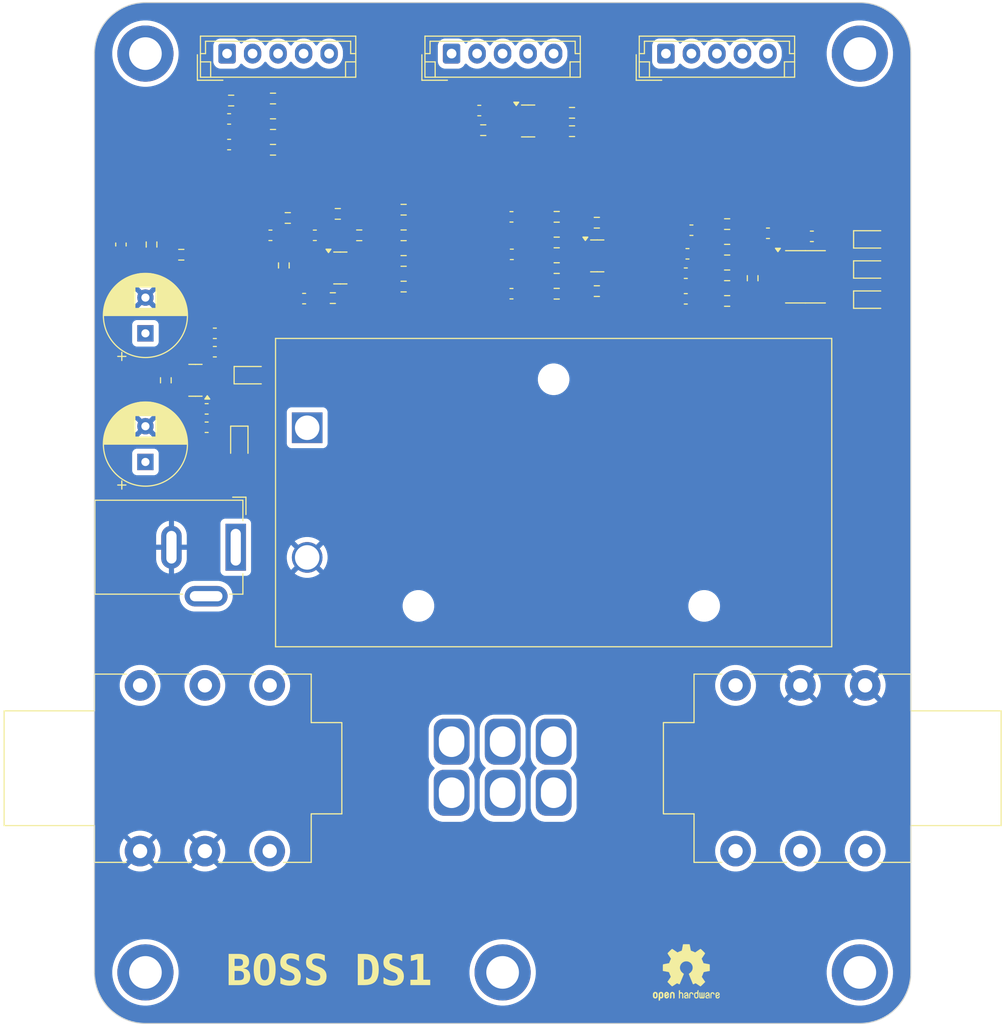
<source format=kicad_pcb>
(kicad_pcb (version 20241229) (generator "pcbnew") (generator_version "9.0")
  (layers (0 "F.Cu" signal) (2 "B.Cu" signal) (13 "F.Paste" user) (15 "B.Paste" user) (5 "F.SilkS" user "F.Silkscreen") (7 "B.SilkS" user "B.Silkscreen") (1 "F.Mask" user) (3 "B.Mask" user) (25 "Edge.Cuts" user))
  (net 0 "")
  (net 1 "0")
  (net 2 "BJT_GAIN")
  (net 3 "Net-(C10-Pad2)")
  (net 4 "Net-(D3-K)")
  (net 5 "Net-(Q4-B)")
  (net 6 "Net-(C7-Pad2)")
  (net 7 "4V5")
  (net 8 "Net-(C9-Pad1)")
  (net 9 "Net-(Q1-B)")
  (net 10 "Net-(D3-A)")
  (net 11 "9V")
  (net 12 "Net-(C19-Pad1)")
  (net 13 "Net-(J5-Pin_2)")
  (net 14 "Net-(C11-Pad2)")
  (net 15 "IN_BUFF")
  (net 16 "Net-(C11-Pad1)")
  (net 17 "Net-(Q2-B)")
  (net 19 "Net-(Q3-B)")
  (net 20 "Net-(Q2-E)")
  (net 21 "OP_OUT")
  (net 24 "Net-(Q4-C)")
  (net 25 "/SW_MID")
  (net 26 "/SW_ON")
  (net 27 "Net-(J1-PadT)")
  (net 30 "Net-(C24-Pad2)")
  (net 32 "Net-(C25-Pad1)")
  (net 34 "Net-(BT1-+)")
  (net 35 "Net-(J3-Pin_1)")
  (net 36 "Net-(SW1A-C)")
  (net 37 "Net-(D4-K)")
  (net 38 "Net-(J3-Pin_3)")
  (net 39 "TONE_OUT")
  (net 40 "Net-(J4-Pin_5)")
  (net 41 "Net-(Q4-E)")
  (net 42 "Net-(U1B--)")
  (net 43 "Net-(R19-Pad1)")
  (net 44 "Net-(R33-Pad2)")
  (net 45 "OP_BUFF")
  (net 46 "Net-(J3-Pin_2)")
  (net 47 "Net-(J4-Pin_1)")
  (net 50 "Net-(J4-Pin_3)")
  (net 51 "Net-(J5-Pin_4)")
  (net 52 "Net-(J5-Pin_5)")
  (footprint "Capacitor_SMD:C_0603_1608Metric_Pad1.08x0.95mm_HandSolder" (layer "F.Cu") (at 107.95 79.02)
    (property "Reference" "C21" (hide yes))
    (property "Value" "10n")
    (pad "1" smd roundrect (at -0.8625 0) (size 1.075 0.95) (layers "F.Cu" "F.Mask" "F.Paste") (net 1 "0"))
    (pad "2" smd roundrect (at 0.8625 0) (size 1.075 0.95) (layers "F.Cu" "F.Mask" "F.Paste") (net 21 "OP_OUT"))
  )
  (footprint "Diode_SMD:D_SOD-323" (layer "F.Cu") (at 126 76.15)
    (property "Reference" "D6" (hide yes))
    (property "Value" "1N4148WS")
    (pad "1" smd roundrect (at -1.05 0) (size 0.6 0.45) (layers "F.Cu" "F.Mask" "F.Paste") (net 21 "OP_OUT"))
    (pad "2" smd roundrect (at 1.05 0) (size 0.6 0.45) (layers "F.Cu" "F.Mask" "F.Paste") (net 1 "0"))
  )
  (footprint "Resistor_SMD:R_0603_1608Metric_Pad0.98x0.95mm_HandSolder" (layer "F.Cu") (at 57 87 90)
    (property "Reference" "R16" (hide yes))
    (property "Value" "1k")
    (pad "1" smd roundrect (at -0.9125 0 90) (size 0.975 0.95) (layers "F.Cu" "F.Mask" "F.Paste") (net 19 "Net-(Q3-B)"))
    (pad "2" smd roundrect (at 0.9125 0 90) (size 0.975 0.95) (layers "F.Cu" "F.Mask" "F.Paste") (net 4 "Net-(D3-K)"))
  )
  (footprint "Resistor_SMD:R_0603_1608Metric_Pad0.98x0.95mm_HandSolder" (layer "F.Cu") (at 67.5 64.42)
    (property "Reference" "R30" (hide yes))
    (property "Value" "6.8k")
    (pad "1" smd roundrect (at -0.9125 0) (size 0.975 0.95) (layers "F.Cu" "F.Mask" "F.Paste") (net 21 "OP_OUT"))
    (pad "2" smd roundrect (at 0.9125 0) (size 0.975 0.95) (layers "F.Cu" "F.Mask" "F.Paste") (net 47 "Net-(J4-Pin_1)"))
  )
  (footprint "Resistor_SMD:R_0603_1608Metric_Pad0.98x0.95mm_HandSolder" (layer "F.Cu") (at 80.3 75.31)
    (property "Reference" "R33" (hide yes))
    (property "Value" "510k")
    (pad "1" smd roundrect (at -0.9125 0) (size 0.975 0.95) (layers "F.Cu" "F.Mask" "F.Paste") (net 7 "4V5"))
    (pad "2" smd roundrect (at 0.9125 0) (size 0.975 0.95) (layers "F.Cu" "F.Mask" "F.Paste") (net 44 "Net-(R33-Pad2)"))
  )
  (footprint "pedale:floating_pot_knob" (layer "F.Cu") (at 90 77)
    (property "Reference" "RV7" (hide yes))
    (property "Value" "floating_pot_knob")
  )
  (footprint "Resistor_SMD:R_0603_1608Metric_Pad0.98x0.95mm_HandSolder" (layer "F.Cu") (at 88.1 62.5)
    (property "Reference" "R17" (hide yes))
    (property "Value" "10k")
    (pad "1" smd roundrect (at -0.9125 0) (size 0.975 0.95) (layers "F.Cu" "F.Mask" "F.Paste") (net 15 "IN_BUFF"))
    (pad "2" smd roundrect (at 0.9125 0) (size 0.975 0.95) (layers "F.Cu" "F.Mask" "F.Paste") (net 1 "0"))
  )
  (footprint "Diode_SMD:D_SOD-323" (layer "F.Cu") (at 64.2 93.1 -90)
    (property "Reference" "D3" (hide yes))
    (property "Value" "1N4148WS")
    (pad "1" smd roundrect (at -1.05 0 270) (size 0.6 0.45) (layers "F.Cu" "F.Mask" "F.Paste") (net 4 "Net-(D3-K)"))
    (pad "2" smd roundrect (at 1.05 0 270) (size 0.6 0.45) (layers "F.Cu" "F.Mask" "F.Paste") (net 10 "Net-(D3-A)"))
  )
  (footprint "Connector_JST:JST_EH_B5B-EH-A_1x05_P2.50mm_Vertical" (layer "F.Cu") (at 63 55)
    (property "Reference" "J4" (hide yes))
    (property "Value" "Conn_01x05")
    (pad "1" thru_hole roundrect (at 0 0) (size 1.7 1.95) (drill 0.95) (layers "*.Cu" "*.Mask") (roundrect_rratio 0.147059) (net 47 "Net-(J4-Pin_1)"))
    (pad "2" thru_hole oval (at 2.5 0) (size 1.7 1.95) (drill 0.95) (layers "*.Cu" "*.Mask") (net 39 "TONE_OUT"))
    (pad "3" thru_hole oval (at 5 0) (size 1.7 1.95) (drill 0.95) (layers "*.Cu" "*.Mask") (net 50 "Net-(J4-Pin_3)"))
    (pad "4" thru_hole oval (at 7.5 0) (size 1.7 1.95) (drill 0.95) (layers "*.Cu" "*.Mask") (net 11 "9V"))
    (pad "5" thru_hole oval (at 10 0) (size 1.7 1.95) (drill 0.95) (layers "*.Cu" "*.Mask") (net 40 "Net-(J4-Pin_5)"))
  )
  (footprint "Resistor_SMD:R_0603_1608Metric_Pad0.98x0.95mm_HandSolder" (layer "F.Cu") (at 95.3 70.99)
    (property "Reference" "R24" (hide yes))
    (property "Value" "22")
    (pad "1" smd roundrect (at -0.9125 0) (size 0.975 0.95) (layers "F.Cu" "F.Mask" "F.Paste") (net 41 "Net-(Q4-E)"))
    (pad "2" smd roundrect (at 0.9125 0) (size 0.975 0.95) (layers "F.Cu" "F.Mask" "F.Paste") (net 1 "0"))
  )
  (footprint "Symbol:OSHW-Logo2_7.3x6mm_SilkScreen" (layer "F.Cu") (at 108 145)
    (property "Reference" "SIM1" (hide yes))
    (property "Value" "Logo_Open_Hardware_Small" (hide yes))
  )
  (footprint "Capacitor_SMD:C_0603_1608Metric_Pad1.08x0.95mm_HandSolder" (layer "F.Cu") (at 63.2 63.91)
    (property "Reference" "C26" (hide yes))
    (property "Value" "100n")
    (pad "1" smd roundrect (at -0.8625 0) (size 1.075 0.95) (layers "F.Cu" "F.Mask" "F.Paste") (net 47 "Net-(J4-Pin_1)"))
    (pad "2" smd roundrect (at 0.8625 0) (size 1.075 0.95) (layers "F.Cu" "F.Mask" "F.Paste") (net 7 "4V5"))
  )
  (footprint "Capacitor_SMD:C_0603_1608Metric_Pad1.08x0.95mm_HandSolder" (layer "F.Cu") (at 87.7125 60.58)
    (property "Reference" "C9" (hide yes))
    (property "Value" "47n")
    (pad "1" smd roundrect (at -0.8625 0) (size 1.075 0.95) (layers "F.Cu" "F.Mask" "F.Paste") (net 8 "Net-(C9-Pad1)"))
    (pad "2" smd roundrect (at 0.8625 0) (size 1.075 0.95) (layers "F.Cu" "F.Mask" "F.Paste") (net 9 "Net-(Q1-B)"))
  )
  (footprint "Connector_JST:JST_EH_B5B-EH-A_1x05_P2.50mm_Vertical" (layer "F.Cu") (at 106 55)
    (property "Reference" "J3" (hide yes))
    (property "Value" "Conn_01x05")
    (pad "1" thru_hole roundrect (at 0 0) (size 1.7 1.95) (drill 0.95) (layers "*.Cu" "*.Mask") (roundrect_rratio 0.147059) (net 35 "Net-(J3-Pin_1)"))
    (pad "2" thru_hole oval (at 2.5 0) (size 1.7 1.95) (drill 0.95) (layers "*.Cu" "*.Mask") (net 46 "Net-(J3-Pin_2)"))
    (pad "3" thru_hole oval (at 5 0) (size 1.7 1.95) (drill 0.95) (layers "*.Cu" "*.Mask") (net 38 "Net-(J3-Pin_3)"))
    (pad "4" thru_hole oval (at 7.5 0) (size 1.7 1.95) (drill 0.95) (layers "*.Cu" "*.Mask"))
    (pad "5" thru_hole oval (at 10 0) (size 1.7 1.95) (drill 0.95) (layers "*.Cu" "*.Mask"))
  )
  (footprint "pedale:floating_pot" (layer "F.Cu") (at 112 63)
    (property "Reference" "RV6" (hide yes))
    (property "Value" "floating_pot")
  )
  (footprint "Resistor_SMD:R_0603_1608Metric_Pad0.98x0.95mm_HandSolder" (layer "F.Cu") (at 80.3 77.82)
    (property "Reference" "R34" (hide yes))
    (property "Value" "510k")
    (pad "1" smd roundrect (at -0.9125 0) (size 0.975 0.95) (layers "F.Cu" "F.Mask" "F.Paste") (net 44 "Net-(R33-Pad2)"))
    (pad "2" smd roundrect (at 0.9125 0) (size 0.975 0.95) (layers "F.Cu" "F.Mask" "F.Paste") (net 25 "/SW_MID"))
  )
  (footprint "Capacitor_SMD:C_0603_1608Metric_Pad1.08x0.95mm_HandSolder" (layer "F.Cu") (at 61 89.8)
    (property "Reference" "C13" (hide yes))
    (property "Value" "10u")
    (pad "1" smd roundrect (at -0.8625 0) (size 1.075 0.95) (layers "F.Cu" "F.Mask" "F.Paste") (net 19 "Net-(Q3-B)"))
    (pad "2" smd roundrect (at 0.8625 0) (size 1.075 0.95) (layers "F.Cu" "F.Mask" "F.Paste") (net 1 "0"))
  )
  (footprint "Capacitor_SMD:C_0603_1608Metric_Pad1.08x0.95mm_HandSolder" (layer "F.Cu") (at 90.8675 78.52)
    (property "Reference" "C22" (hide yes))
    (property "Value" "220p")
    (pad "1" smd roundrect (at -0.8625 0) (size 1.075 0.95) (layers "F.Cu" "F.Mask" "F.Paste") (net 5 "Net-(Q4-B)"))
    (pad "2" smd roundrect (at 0.8625 0) (size 1.075 0.95) (layers "F.Cu" "F.Mask" "F.Paste") (net 24 "Net-(Q4-C)"))
  )
  (footprint "pedale:BatteryHolder_Eagle_12BH611-GR" (layer "F.Cu") (at 70.85 91.65 180)
    (property "Reference" "BT1" (hide yes))
    (property "Value" "Battery_Cell")
    (pad "" np_thru_hole circle (at -38.9 -17.45 180) (size 2.6 2.6) (drill 2.6) (layers "*.Cu" "*.Mask"))
    (pad "" np_thru_hole circle (at -24.15 4.75 180) (size 2.6 2.6) (drill 2.6) (layers "*.Cu" "*.Mask"))
    (pad "" np_thru_hole circle (at -10.9 -17.45 180) (size 2.6 2.6) (drill 2.6) (layers "*.Cu" "*.Mask"))
    (pad "1" thru_hole rect (at 0 0 180) (size 3 3) (drill 2.4) (layers "*.Cu" "*.Mask") (net 34 "Net-(BT1-+)"))
    (pad "2" thru_hole circle (at 0 -12.7 180) (size 3 3) (drill 2.4) (layers "*.Cu" "*.Mask") (net 1 "0"))
  )
  (footprint "Capacitor_SMD:C_0603_1608Metric_Pad1.08x0.95mm_HandSolder" (layer "F.Cu") (at 52.6 73.7 90)
    (property "Reference" "C14" (hide yes))
    (property "Value" "10u")
    (pad "1" smd roundrect (at -0.8625 0 90) (size 1.075 0.95) (layers "F.Cu" "F.Mask" "F.Paste") (net 7 "4V5"))
    (pad "2" smd roundrect (at 0.8625 0 90) (size 1.075 0.95) (layers "F.Cu" "F.Mask" "F.Paste") (net 1 "0"))
  )
  (footprint "Resistor_SMD:R_0603_1608Metric_Pad0.98x0.95mm_HandSolder" (layer "F.Cu") (at 112 76.72)
    (property "Reference" "R5" (hide yes))
    (property "Value" "47k")
    (pad "1" smd roundrect (at -0.9125 0) (size 0.975 0.95) (layers "F.Cu" "F.Mask" "F.Paste") (net 3 "Net-(C10-Pad2)"))
    (pad "2" smd roundrect (at 0.9125 0) (size 0.975 0.95) (layers "F.Cu" "F.Mask" "F.Paste") (net 37 "Net-(D4-K)"))
  )
  (footprint "Connector_Audio:Jack_6.35mm_Neutrik_NMJ6HHD2_Horizontal" (layer "F.Cu") (at 67.175 133.115 180)
    (property "Reference" "J1" (hide yes))
    (property "Value" "NMJ6HHD2")
    (pad "R" thru_hole circle (at 6.35 0 180) (size 3 3) (drill 1.4) (layers "*.Cu" "*.Mask") (net 1 "0"))
    (pad "RN" thru_hole circle (at 6.35 16.23 180) (size 3 3) (drill 1.4) (layers "*.Cu" "*.Mask"))
    (pad "S" thru_hole circle (at 12.7 0 180) (size 3 3) (drill 1.4) (layers "*.Cu" "*.Mask") (net 1 "0"))
    (pad "SN" thru_hole circle (at 12.7 16.23 180) (size 3 3) (drill 1.4) (layers "*.Cu" "*.Mask"))
    (pad "T" thru_hole circle (at 0 0 180) (size 3 3) (drill 1.4) (layers "*.Cu" "*.Mask") (net 27 "Net-(J1-PadT)"))
    (pad "TN" thru_hole circle (at 0 16.23 180) (size 3 3) (drill 1.4) (layers "*.Cu" "*.Mask"))
  )
  (footprint "Resistor_SMD:R_0603_1608Metric_Pad0.98x0.95mm_HandSolder" (layer "F.Cu") (at 99.2325 71.565)
    (property "Reference" "R12" (hide yes))
    (property "Value" "470k")
    (pad "1" smd roundrect (at -0.9125 0) (size 0.975 0.95) (layers "F.Cu" "F.Mask" "F.Paste") (net 5 "Net-(Q4-B)"))
    (pad "2" smd roundrect (at 0.9125 0) (size 0.975 0.95) (layers "F.Cu" "F.Mask" "F.Paste") (net 24 "Net-(Q4-C)"))
  )
  (footprint "Resistor_SMD:R_0603_1608Metric_Pad0.98x0.95mm_HandSolder" (layer "F.Cu") (at 95.3 73.5)
    (property "Reference" "R25" (hide yes))
    (property "Value" "10k")
    (pad "1" smd roundrect (at -0.9125 0) (size 0.975 0.95) (layers "F.Cu" "F.Mask" "F.Paste") (net 11 "9V"))
    (pad "2" smd roundrect (at 0.9125 0) (size 0.975 0.95) (layers "F.Cu" "F.Mask" "F.Paste") (net 24 "Net-(Q4-C)"))
  )
  (footprint "Capacitor_SMD:C_0603_1608Metric_Pad1.08x0.95mm_HandSolder" (layer "F.Cu") (at 116 72.6)
    (property "Reference" "C24" (hide yes))
    (property "Value" "470n")
    (pad "1" smd roundrect (at -0.8625 0) (size 1.075 0.95) (layers "F.Cu" "F.Mask" "F.Paste") (net 1 "0"))
    (pad "2" smd roundrect (at 0.8625 0) (size 1.075 0.95) (layers "F.Cu" "F.Mask" "F.Paste") (net 30 "Net-(C24-Pad2)"))
  )
  (footprint "pedale:M3_hole_with_spacer" (layer "F.Cu") (at 125 55)
    (property "Reference" "H2" (hide yes))
    (property "Value" "MountingHole")
    (pad "1" thru_hole circle (at 0 0) (size 3.6 3.6) (drill 3.2) (layers "*.Cu" "*.Mask"))
    (pad "1" connect circle (at 0 0) (size 5.5 5.5) (layers "F.Cu" "F.Mask"))
    (pad "1" connect circle (at 0 0) (size 5.5 5.5) (layers "B.Cu" "B.Mask"))
  )
  (footprint "Resistor_SMD:R_0603_1608Metric_Pad0.98x0.95mm_HandSolder" (layer "F.Cu") (at 75.95 72.8)
    (property "Reference" "R21" (hide yes))
    (property "Value" "100k")
    (pad "1" smd roundrect (at -0.9125 0) (size 0.975 0.95) (layers "F.Cu" "F.Mask" "F.Paste") (net 14 "Net-(C11-Pad2)"))
    (pad "2" smd roundrect (at 0.9125 0) (size 0.975 0.95) (layers "F.Cu" "F.Mask" "F.Paste") (net 1 "0"))
  )
  (footprint "pedale:M3_hole_with_spacer" (layer "F.Cu") (at 55 145)
    (property "Reference" "H3" (hide yes))
    (property "Value" "MountingHole")
    (pad "1" thru_hole circle (at 0 0) (size 3.6 3.6) (drill 3.2) (layers "*.Cu" "*.Mask"))
    (pad "1" connect circle (at 0 0) (size 5.5 5.5) (layers "F.Cu" "F.Mask"))
    (pad "1" connect circle (at 0 0) (size 5.5 5.5) (layers "B.Cu" "B.Mask"))
  )
  (footprint "Resistor_SMD:R_0603_1608Metric_Pad0.98x0.95mm_HandSolder" (layer "F.Cu") (at 80.3 72.8)
    (property "Reference" "R32" (hide yes))
    (property "Value" "510k")
    (pad "1" smd roundrect (at -0.9125 0) (size 0.975 0.95) (layers "F.Cu" "F.Mask" "F.Paste") (net 7 "4V5"))
    (pad "2" smd roundrect (at 0.9125 0) (size 0.975 0.95) (layers "F.Cu" "F.Mask" "F.Paste") (net 43 "Net-(R19-Pad1)"))
  )
  (footprint "Capacitor_SMD:C_0603_1608Metric_Pad1.08x0.95mm_HandSolder" (layer "F.Cu") (at 108.5 72.3)
    (property "Reference" "C7" (hide yes))
    (property "Value" "470n")
    (pad "1" smd roundrect (at -0.8625 0) (size 1.075 0.95) (layers "F.Cu" "F.Mask" "F.Paste") (net 35 "Net-(J3-Pin_1)"))
    (pad "2" smd roundrect (at 0.8625 0) (size 1.075 0.95) (layers "F.Cu" "F.Mask" "F.Paste") (net 6 "Net-(C7-Pad2)"))
  )
  (footprint "Capacitor_SMD:C_0603_1608Metric_Pad1.08x0.95mm_HandSolder" (layer "F.Cu") (at 61 91.6 180)
    (property "Reference" "C18" (hide yes))
    (property "Value" "100n")
    (pad "1" smd roundrect (at -0.8625 0 180) (size 1.075 0.95) (layers "F.Cu" "F.Mask" "F.Paste") (net 1 "0"))
    (pad "2" smd roundrect (at 0.8625 0 180) (size 1.075 0.95) (layers "F.Cu" "F.Mask" "F.Paste") (net 19 "Net-(Q3-B)"))
  )
  (footprint "Capacitor_SMD:C_0603_1608Metric_Pad1.08x0.95mm_HandSolder" (layer "F.Cu") (at 61.8 82.4)
    (property "Reference" "C16" (hide yes))
    (property "Value" "10u")
    (pad "1" smd roundrect (at -0.8625 0) (size 1.075 0.95) (layers "F.Cu" "F.Mask" "F.Paste") (net 11 "9V"))
    (pad "2" smd roundrect (at 0.8625 0) (size 1.075 0.95) (layers "F.Cu" "F.Mask" "F.Paste") (net 1 "0"))
  )
  (footprint "Resistor_SMD:R_0603_1608Metric_Pad0.98x0.95mm_HandSolder" (layer "F.Cu") (at 73.85 70.7)
    (property "Reference" "R11" (hide yes))
    (property "Value" "1k")
    (pad "1" smd roundrect (at -0.9125 0) (size 0.975 0.95) (layers "F.Cu" "F.Mask" "F.Paste") (net 16 "Net-(C11-Pad1)"))
    (pad "2" smd roundrect (at 0.9125 0) (size 0.975 0.95) (layers "F.Cu" "F.Mask" "F.Paste") (net 20 "Net-(Q2-E)"))
  )
  (footprint "pedale:floating_pot" (layer "F.Cu") (at 90 78 180)
    (property "Reference" "RV8" (hide yes))
    (property "Value" "floating_pot")
  )
  (footprint "Resistor_SMD:R_0603_1608Metric_Pad0.98x0.95mm_HandSolder" (layer "F.Cu") (at 96.8 62.6)
    (property "Reference" "R15" (hide yes))
    (property "Value" "470k")
    (pad "1" smd roundrect (at -0.9125 0) (size 0.975 0.95) (layers "F.Cu" "F.Mask" "F.Paste") (net 9 "Net-(Q1-B)"))
    (pad "2" smd roundrect (at 0.9125 0) (size 0.975 0.95) (layers "F.Cu" "F.Mask" "F.Paste") (net 7 "4V5"))
  )
  (footprint "Capacitor_SMD:C_0603_1608Metric_Pad1.08x0.95mm_HandSolder" (layer "F.Cu") (at 61.8 84.2)
    (property "Reference" "C15" (hide yes))
    (property "Value" "10u")
    (pad "1" smd roundrect (at -0.8625 0) (size 1.075 0.95) (layers "F.Cu" "F.Mask" "F.Paste") (net 11 "9V"))
    (pad "2" smd roundrect (at 0.8625 0) (size 1.075 0.95) (layers "F.Cu" "F.Mask" "F.Paste") (net 1 "0"))
  )
  (footprint "Resistor_SMD:R_0603_1608Metric_Pad0.98x0.95mm_HandSolder" (layer "F.Cu") (at 67.5 61.91)
    (property "Reference" "R29" (hide yes))
    (property "Value" "6.8k")
    (pad "1" smd roundrect (at -0.9125 0) (size 0.975 0.95) (layers "F.Cu" "F.Mask" "F.Paste") (net 50 "Net-(J4-Pin_3)"))
    (pad "2" smd roundrect (at 0.9125 0) (size 0.975 0.95) (layers "F.Cu" "F.Mask" "F.Paste") (net 7 "4V5"))
  )
  (footprint "Diode_SMD:D_SOD-323" (layer "F.Cu") (at 126 79.1)
    (property "Reference" "D7" (hide yes))
    (property "Value" "1N4148WS")
    (pad "1" smd roundrect (at -1.05 0) (size 0.6 0.45) (layers "F.Cu" "F.Mask" "F.Paste") (net 1 "0"))
    (pad "2" smd roundrect (at 1.05 0) (size 0.6 0.45) (layers "F.Cu" "F.Mask" "F.Paste") (net 21 "OP_OUT"))
  )
  (footprint "Resistor_SMD:R_0603_1608Metric_Pad0.98x0.95mm_HandSolder" (layer "F.Cu") (at 67.5 59.4)
    (property "Reference" "R28" (hide yes))
    (property "Value" "2.2k")
    (pad "1" smd roundrect (at -0.9125 0) (size 0.975 0.95) (layers "F.Cu" "F.Mask" "F.Paste") (net 32 "Net-(C25-Pad1)"))
    (pad "2" smd roundrect (at 0.9125 0) (size 0.975 0.95) (layers "F.Cu" "F.Mask" "F.Paste") (net 50 "Net-(J4-Pin_3)"))
  )
  (footprint "Package_TO_SOT_SMD:SOT-23" (layer "F.Cu") (at 99.27 74.815)
    (property "Reference" "Q4" (hide yes))
    (property "Value" "MMBT5551")
    (pad "1" smd roundrect (at -0.9375 -0.95) (size 1.475 0.6) (layers "F.Cu" "F.Mask" "F.Paste") (net 5 "Net-(Q4-B)"))
    (pad "2" smd roundrect (at -0.9375 0.95) (size 1.475 0.6) (layers "F.Cu" "F.Mask" "F.Paste") (net 41 "Net-(Q4-E)"))
    (pad "3" smd roundrect (at 0.9375 0) (size 1.475 0.6) (layers "F.Cu" "F.Mask" "F.Paste") (net 24 "Net-(Q4-C)"))
  )
  (footprint "pedale:boss_DS1_front_plate" (layer "F.Cu") (at 50 50)
    (property "Reference" "P1" (hide yes))
    (property "Value" "boss_DS1_front_panel")
  )
  (footprint "pedale:floating_pot_knob" (layer "F.Cu") (at 68 62)
    (property "Reference" "RV9" (hide yes))
    (property "Value" "floating_pot_knob")
  )
  (footprint "pedale:floating_green_led" (layer "F.Cu") (at 74 138 180)
    (property "Reference" "D8" (hide yes))
    (property "Value" "floating_green_led")
  )
  (footprint "pedale:switch_DPDT" (layer "F.Cu") (at 85 122.4)
    (property "Reference" "SW1" (hide yes))
    (property "Value" "pedala_switch")
    (pad "1" thru_hole roundrect (at 0 0) (size 3.5 4.5) (drill oval 2.5 3) (layers "*.Cu" "*.Mask") (roundrect_rratio 0.2857142857) (net 26 "/SW_ON"))
    (pad "2" thru_hole roundrect (at 5 0) (size 3.5 4.5) (drill oval 2.5 3) (layers "*.Cu" "*.Mask") (roundrect_rratio 0.2857142857) (net 25 "/SW_MID"))
    (pad "3" thru_hole roundrect (at 10 0) (size 3.5 4.5) (drill oval 2.5 3) (layers "*.Cu" "*.Mask") (roundrect_rratio 0.2857142857) (net 36 "Net-(SW1A-C)"))
    (pad "4" thru_hole roundrect (at 10 5) (size 3.5 4.5) (drill oval 2.5 3) (layers "*.Cu" "*.Mask") (roundrect_rratio 0.2857142857) (net 11 "9V"))
    (pad "5" thru_hole roundrect (at 5 5) (size 3.5 4.5) (drill oval 2.5 3) (layers "*.Cu" "*.Mask") (roundrect_rratio 0.2857142857) (net 51 "Net-(J5-Pin_4)"))
    (pad "6" thru_hole roundrect (at 0 5) (size 3.5 4.5) (drill oval 2.5 3) (layers "*.Cu" "*.Mask") (roundrect_rratio 0.2857142857))
  )
  (footprint "Package_TO_SOT_SMD:SOT-23" (layer "F.Cu") (at 59.9 87 180)
    (property "Reference" "Q3" (hide yes))
    (property "Value" "MMBT5551")
    (pad "1" smd roundrect (at -0.9375 -0.95 180) (size 1.475 0.6) (layers "F.Cu" "F.Mask" "F.Paste") (net 19 "Net-(Q3-B)"))
    (pad "2" smd roundrect (at -0.9375 0.95 180) (size 1.475 0.6) (layers "F.Cu" "F.Mask" "F.Paste") (net 11 "9V"))
    (pad "3" smd roundrect (at 0.9375 0 180) (size 1.475 0.6) (layers "F.Cu" "F.Mask" "F.Paste") (net 4 "Net-(D3-K)"))
  )
  (footprint "pedale:M3_hole_with_spacer" (layer "F.Cu") (at 125 145)
    (property "Reference" "H5" (hide yes))
    (property "Value" "MountingHole")
    (pad "1" thru_hole circle (at 0 0) (size 3.6 3.6) (drill 3.2) (layers "*.Cu" "*.Mask"))
    (pad "1" connect circle (at 0 0) (size 5.5 5.5) (layers "F.Cu" "F.Mask"))
    (pad "1" connect circle (at 0 0) (size 5.5 5.5) (layers "B.Cu" "B.Mask"))
  )
  (footprint "Capacitor_SMD:C_0603_1608Metric_Pad1.08x0.95mm_HandSolder" (layer "F.Cu") (at 70.55 79)
    (property "Reference" "C11" (hide yes))
    (property "Value" "1u")
    (pad "1" smd roundrect (at -0.8625 0) (size 1.075 0.95) (layers "F.Cu" "F.Mask" "F.Paste") (net 16 "Net-(C11-Pad1)"))
    (pad "2" smd roundrect (at 0.8625 0) (size 1.075 0.95) (layers "F.Cu" "F.Mask" "F.Paste") (net 14 "Net-(C11-Pad2)"))
  )
  (footprint "Capacitor_SMD:C_0603_1608Metric_Pad1.08x0.95mm_HandSolder" (layer "F.Cu") (at 63.2 61.4)
    (property "Reference" "C25" (hide yes))
    (property "Value" "22n")
    (pad "1" smd roundrect (at -0.8625 0) (size 1.075 0.95) (layers "F.Cu" "F.Mask" "F.Paste") (net 32 "Net-(C25-Pad1)"))
    (pad "2" smd roundrect (at 0.8625 0) (size 1.075 0.95) (layers "F.Cu" "F.Mask" "F.Paste") (net 21 "OP_OUT"))
  )
  (footprint "Resistor_SMD:R_0603_1608Metric_Pad0.98x0.95mm_HandSolder" (layer "F.Cu") (at 96.8 60.8 180)
    (property "Reference" "R13" (hide yes))
    (property "Value" "1k")
    (pad "1" smd roundrect (at -0.9125 0 180) (size 0.975 0.95) (layers "F.Cu" "F.Mask" "F.Paste") (net 8 "Net-(C9-Pad1)"))
    (pad "2" smd roundrect (at 0.9125 0 180) (size 0.975 0.95) (layers "F.Cu" "F.Mask" "F.Paste") (net 27 "Net-(J1-PadT)"))
  )
  (footprint "Package_SO:SOIC-8_3.9x4.9mm_P1.27mm" (layer "F.Cu") (at 119.675 76.865)
    (property "Reference" "U1" (hide yes))
    (property "Value" "NE5532")
    (pad "1" smd roundrect (at -2.475 -1.905) (size 1.95 0.6) (layers "F.Cu" "F.Mask" "F.Paste") (net 45 "OP_BUFF"))
    (pad "2" smd roundrect (at -2.475 -0.635) (size 1.95 0.6) (layers "F.Cu" "F.Mask" "F.Paste") (net 45 "OP_BUFF"))
    (pad "3" smd roundrect (at -2.475 0.635) (size 1.95 0.6) (layers "F.Cu" "F.Mask" "F.Paste") (net 37 "Net-(D4-K)"))
    (pad "4" smd roundrect (at -2.475 1.905) (size 1.95 0.6) (layers "F.Cu" "F.Mask" "F.Paste") (net 1 "0"))
    (pad "5" smd roundrect (at 2.475 1.905) (size 1.95 0.6) (layers "F.Cu" "F.Mask" "F.Paste") (net 45 "OP_BUFF"))
    (pad "6" smd roundrect (at 2.475 0.635) (size 1.95 0.6) (layers "F.Cu" "F.Mask" "F.Paste") (net 42 "Net-(U1B--)"))
    (pad "7" smd roundrect (at 2.475 -0.635) (size 1.95 0.6) (layers "F.Cu" "F.Mask" "F.Paste") (net 35 "Net-(J3-Pin_1)"))
    (pad "8" smd roundrect (at 2.475 -1.905) (size 1.95 0.6) (layers "F.Cu" "F.Mask" "F.Paste") (net 11 "9V"))
  )
  (footprint "Package_TO_SOT_SMD:SOT-23" (layer "F.Cu") (at 74.1 76)
    (property "Reference" "Q2" (hide yes))
    (property "Value" "MMBT5551")
    (pad "1" smd roundrect (at -0.9375 -0.95) (size 1.475 0.6) (layers "F.Cu" "F.Mask" "F.Paste") (net 17 "Net-(Q2-B)"))
    (pad "2" smd roundrect (at -0.9375 0.95) (size 1.475 0.6) (layers "F.Cu" "F.Mask" "F.Paste") (net 20 "Net-(Q2-E)"))
    (pad "3" smd roundrect (at 0.9375 0) (size 1.475 0.6) (layers "F.Cu" "F.Mask" "F.Paste") (net 11 "9V"))
  )
  (footprint "Resistor_SMD:R_0603_1608Metric_Pad0.98x0.95mm_HandSolder" (layer "F.Cu") (at 58.5125 74.7 180)
    (property "Reference" "R22" (hide yes))
    (property "Value" "10k")
    (pad "1" smd roundrect (at -0.9125 0 180) (size 0.975 0.95) (layers "F.Cu" "F.Mask" "F.Paste") (net 11 "9V"))
    (pad "2" smd roundrect (at 0.9125 0 180) (size 0.975 0.95) (layers "F.Cu" "F.Mask" "F.Paste") (net 7 "4V5"))
  )
  (footprint "Resistor_SMD:R_0603_1608Metric_Pad0.98x0.95mm_HandSolder" (layer "F.Cu") (at 73.3625 78.95 180)
    (property "Reference" "R20" (hide yes))
    (property "Value" "10k")
    (pad "1" smd roundrect (at -0.9125 0 180) (size 0.975 0.95) (layers "F.Cu" "F.Mask" "F.Paste") (net 20 "Net-(Q2-E)"))
    (pad "2" smd roundrect (at 0.9125 0 180) (size 0.975 0.95) (layers "F.Cu" "F.Mask" "F.Paste") (net 1 "0"))
  )
  (footprint "Resistor_SMD:R_0603_1608Metric_Pad0.98x0.95mm_HandSolder" (layer "F.Cu") (at 95.3 76.01)
    (property "Reference" "R26" (hide yes))
    (property "Value" "10k")
    (pad "1" smd roundrect (at -0.9125 0) (size 0.975 0.95) (layers "F.Cu" "F.Mask" "F.Paste") (net 24 "Net-(Q4-C)"))
    (pad "2" smd roundrect (at 0.9125 0) (size 0.975 0.95) (layers "F.Cu" "F.Mask" "F.Paste") (net 2 "BJT_GAIN"))
  )
  (footprint "pedale:M3_hole_with_spacer" (layer "F.Cu") (at 90 145)
    (property "Reference" "H4" (hide yes))
    (property "Value" "MountingHole")
    (pad "1" thru_hole circle (at 0 0) (size 3.6 3.6) (drill 3.2) (layers "*.Cu" "*.Mask"))
    (pad "1" connect circle (at 0 0) (size 5.5 5.5) (layers "F.Cu" "F.Mask"))
    (pad "1" connect circle (at 0 0) (size 5.5 5.5) (layers "B.Cu" "B.Mask"))
  )
  (footprint "Resistor_SMD:R_0603_1608Metric_Pad0.98x0.95mm_HandSolder" (layer "F.Cu") (at 80.3 70.29)
    (property "Reference" "R31" (hide yes))
    (property "Value" "10k")
    (pad "1" smd roundrect (at -0.9125 0) (size 0.975 0.95) (layers "F.Cu" "F.Mask" "F.Paste") (net 13 "Net-(J5-Pin_2)"))
    (pad "2" smd roundrect (at 0.9125 0) (size 0.975 0.95) (layers "F.Cu" "F.Mask" "F.Paste") (net 26 "/SW_ON"))
  )
  (footprint "Resistor_SMD:R_0603_1608Metric_Pad0.98x0.95mm_HandSolder" (layer "F.Cu") (at 55.6 73.7 90)
    (property "Reference" "R23" (hide yes))
    (property "Value" "10k")
    (pad "1" smd roundrect (at -0.9125 0 90) (size 0.975 0.95) (layers "F.Cu" "F.Mask" "F.Paste") (net 7 "4V5"))
    (pad "2" smd roundrect (at 0.9125 0 90) (size 0.975 0.95) (layers "F.Cu" "F.Mask" "F.Paste") (net 1 "0"))
  )
  (footprint "Capacitor_SMD:C_0603_1608Metric_Pad1.08x0.95mm_HandSolder" (layer "F.Cu") (at 71.6 72.8)
    (property "Reference" "C27" (hide yes))
    (property "Value" "47n")
    (pad "1" smd roundrect (at -0.8625 0) (size 1.075 0.95) (layers "F.Cu" "F.Mask" "F.Paste") (net 15 "IN_BUFF"))
    (pad "2" smd roundrect (at 0.8625 0) (size 1.075 0.95) (layers "F.Cu" "F.Mask" "F.Paste") (net 36 "Net-(SW1A-C)"))
  )
  (footprint "pedale:floating_pot_knob" (layer "F.Cu") (at 112 62)
    (property "Reference" "RV1" (hide yes))
    (property "Value" "floating_pot_knob")
  )
  (footprint "Connector_Audio:Jack_6.35mm_Neutrik_NMJ6HHD2_Horizontal" (layer "F.Cu") (at 112.825 116.885)
    (property "Reference" "J2" (hide yes))
    (property "Value" "NMJ6HHD2")
    (pad "R" thru_hole circle (at 6.35 0) (size 3 3) (drill 1.4) (layers "*.Cu" "*.Mask") (net 1 "0"))
    (pad "RN" thru_hole circle (at 6.35 16.23) (size 3 3) (drill 1.4) (layers "*.Cu" "*.Mask"))
    (pad "S" thru_hole circle (at 12.7 0) (size 3 3) (drill 1.4) (layers "*.Cu" "*.Mask") (net 1 "0"))
    (pad "SN" thru_hole circle (at 12.7 16.23) (size 3 3) (drill 1.4) (layers "*.Cu" "*.Mask"))
    (pad "T" thru_hole circle (at 0 0) (size 3 3) (drill 1.4) (layers "*.Cu" "*.Mask") (net 14 "Net-(C11-Pad2)"))
    (pad "TN" thru_hole circle (at 0 16.23) (size 3 3) (drill 1.4) (layers "*.Cu" "*.Mask"))
  )
  (footprint "Resistor_SMD:R_0603_1608Metric_Pad0.98x0.95mm_HandSolder" (layer "F.Cu") (at 63.4 59.6)
    (property "Reference" "R8" (hide yes))
    (property "Value" "1k")
    (pad "1" smd roundrect (at -0.9125 0) (size 0.975 0.95) (layers "F.Cu" "F.Mask" "F.Paste") (net 40 "Net-(J4-Pin_5)"))
    (pad "2" smd roundrect (at 0.9125 0) (size 0.975 0.95) (layers "F.Cu" "F.Mask" "F.Paste") (net 1 "0"))
  )
  (footprint "pedale:floating_red_led" (layer "F.Cu") (at 106 138 180)
    (property "Reference" "D9" (hide yes))
    (property "Value" "floating_red_led")
  )
  (footprint "Resistor_SMD:R_0603_1608Metric_Pad0.98x0.95mm_HandSolder" (layer "F.Cu") (at 99.2325 78.265)
    (property "Reference" "R10" (hide yes))
    (property "Value" "100k")
    (pad "1" smd roundrect (at -0.9125 0) (size 0.975 0.95) (layers "F.Cu" "F.Mask" "F.Paste") (net 5 "Net-(Q4-B)"))
    (pad "2" smd roundrect (at 0.9125 0) (size 0.975 0.95) (layers "F.Cu" "F.Mask" "F.Paste") (net 1 "0"))
  )
  (footprint "Capacitor_SMD:C_0603_1608Metric_Pad1.08x0.95mm_HandSolder" (layer "F.Cu") (at 108.1125 74.61)
    (property "Reference" "C10" (hide yes))
    (property "Value" "47n")
    (pad "1" smd roundrect (at -0.8625 0) (size 1.075 0.95) (layers "F.Cu" "F.Mask" "F.Paste") (net 2 "BJT_GAIN"))
    (pad "2" smd roundrect (at 0.8625 0) (size 1.075 0.95) (layers "F.Cu" "F.Mask" "F.Paste") (net 3 "Net-(C10-Pad2)"))
  )
  (footprint "Connector_BarrelJack:BarrelJack_GCT_DCJ200-10-A_Horizontal" (layer "F.Cu") (at 63.85 103.35 -90)
    (property "Reference" "J6" (hide yes))
    (property "Value" "Barrel_Jack_MountingPin")
    (pad "1" thru_hole rect (at 0 0 270) (size 4.6 2) (drill oval 3.6 1) (layers "*.Cu" "*.Mask") (net 10 "Net-(D3-A)"))
    (pad "2" thru_hole oval (at 0 6.3 270) (size 4.2 2) (drill oval 3.2 1) (layers "*.Cu" "*.Mask") (net 1 "0"))
    (pad "3" thru_hole oval (at 4.8 2.9 270) (size 2 4.2) (drill oval 1 3.2) (layers "*.Cu" "*.Mask"))
  )
  (footprint "Package_TO_SOT_SMD:SOT-23" (layer "F.Cu") (at 92.5 61.6)
    (property "Reference" "Q1" (hide yes))
    (property "Value" "MMBT5551")
    (pad "1" smd roundrect (at -0.9375 -0.95) (size 1.475 0.6) (layers "F.Cu" "F.Mask" "F.Paste") (net 9 "Net-(Q1-B)"))
    (pad "2" smd roundrect (at -0.9375 0.95) (size 1.475 0.6) (layers "F.Cu" "F.Mask" "F.Paste") (net 15 "IN_BUFF"))
    (pad "3" smd roundrect (at 0.9375 0) (size 1.475 0.6) (layers "F.Cu" "F.Mask" "F.Paste") (net 11 "9V"))
  )
  (footprint "Capacitor_SMD:C_0603_1608Metric_Pad1.08x0.95mm_HandSolder" (layer "F.Cu") (at 90.9 74.665)
    (property "Reference" "C23" (hide yes))
    (property "Value" "470n")
    (pad "1" smd roundrect (at -0.8625 0) (size 1.075 0.95) (layers "F.Cu" "F.Mask" "F.Paste") (net 15 "IN_BUFF"))
    (pad "2" smd roundrect (at 0.8625 0) (size 1.075 0.95) (layers "F.Cu" "F.Mask" "F.Paste") (net 12 "Net-(C19-Pad1)"))
  )
  (footprint "Resistor_SMD:R_0603_1608Metric_Pad0.98x0.95mm_HandSolder" (layer "F.Cu") (at 68.95 71.1)
    (property "Reference" "R18" (hide yes))
    (property "Value" "1k")
    (pad "1" smd roundrect (at -0.9125 0) (size 0.975 0.95) (layers "F.Cu" "F.Mask" "F.Paste") (net 1 "0"))
    (pad "2" smd roundrect (at 0.9125 0) (size 0.975 0.95) (layers "F.Cu" "F.Mask" "F.Paste") (net 52 "Net-(J5-Pin_5)"))
  )
  (footprint "Capacitor_SMD:C_0603_1608Metric_Pad1.08x0.95mm_HandSolder" (layer "F.Cu") (at 90.8675 70.99)
    (property "Reference" "C19" (hide yes))
    (property "Value" "47n")
    (pad "1" smd roundrect (at -0.8625 0) (size 1.075 0.95) (layers "F.Cu" "F.Mask" "F.Paste") (net 12 "Net-(C19-Pad1)"))
    (pad "2" smd roundrect (at 0.8625 0) (size 1.075 0.95) (layers "F.Cu" "F.Mask" "F.Paste") (net 5 "Net-(Q4-B)"))
  )
  (footprint "Capacitor_SMD:C_0603_1608Metric_Pad1.08x0.95mm_HandSolder" (layer "F.Cu") (at 67.25 72.8)
    (property "Reference" "C12" (hide yes))
    (property "Value" "47n")
    (pad "1" smd roundrect (at -0.8625 0) (size 1.075 0.95) (layers "F.Cu" "F.Mask" "F.Paste") (net 25 "/SW_MID"))
    (pad "2" smd roundrect (at 0.8625 0) (size 1.075 0.95) (layers "F.Cu" "F.Mask" "F.Paste") (net 17 "Net-(Q2-B)"))
  )
  (footprint "Resistor_SMD:R_0603_1608Metric_Pad0.98x0.95mm_HandSolder" (layer "F.Cu") (at 112 74.21)
    (property "Reference" "R4" (hide yes))
    (property "Value" "4.7k")
    (pad "1" smd roundrect (at -0.9125 0) (size 0.975 0.95) (layers "F.Cu" "F.Mask" "F.Paste") (net 30 "Net-(C24-Pad2)"))
    (pad "2" smd roundrect (at 0.9125 0) (size 0.975 0.95) (layers "F.Cu" "F.Mask" "F.Paste") (net 38 "Net-(J3-Pin_3)"))
  )
  (footprint "Resistor_SMD:R_0603_1608Metric_Pad0.98x0.95mm_HandSolder" (layer "F.Cu") (at 112 79.23)
    (property "Reference" "R6" (hide yes))
    (property "Value" "100k")
    (pad "1" smd roundrect (at -0.9125 0) (size 0.975 0.95) (layers "F.Cu" "F.Mask" "F.Paste") (net 42 "Net-(U1B--)"))
    (pad "2" smd roundrect (at 0.9125 0) (size 0.975 0.95) (layers "F.Cu" "F.Mask" "F.Paste") (net 46 "Net-(J3-Pin_2)"))
  )
  (footprint "Capacitor_THT:CP_Radial_D8.0mm_P3.50mm" (layer "F.Cu") (at 55 95 90)
    (property "Reference" "C8" (hide yes))
    (property "Value" "470u")
    (pad "1" thru_hole rect (at 0 0 90) (size 1.6 1.6) (drill 0.8) (layers "*.Cu" "*.Mask") (net 19 "Net-(Q3-B)"))
    (pad "2" thru_hole circle (at 3.5 0 90) (size 1.6 1.6) (drill 0.8) (layers "*.Cu" "*.Mask") (net 1 "0"))
  )
  (footprint "Resistor_SMD:R_0603_1608Metric_Pad0.98x0.95mm_HandSolder" (layer "F.Cu") (at 112 71.7)
    (property "Reference" "R3" (hide yes))
    (property "Value" "100k")
    (pad "1" smd roundrect (at -0.9125 0) (size 0.975 0.95) (layers "F.Cu" "F.Mask" "F.Paste") (net 7 "4V5"))
    (pad "2" smd roundrect (at 0.9125 0) (size 0.975 0.95) (layers "F.Cu" "F.Mask" "F.Paste") (net 3 "Net-(C10-Pad2)"))
  )
  (footprint "pedale:floating_pot" (layer "F.Cu") (at 68 63)
    (property "Reference" "RV5" (hide yes))
    (property "Value" "floating_pot")
  )
  (footprint "Capacitor_SMD:C_0603_1608Metric_Pad1.08x0.95mm_HandSolder" (layer "F.Cu") (at 120.3 72.9)
    (property "Reference" "C17" (hide yes))
    (property "Value" "100n")
    (pad "1" smd roundrect (at -0.8625 0) (size 1.075 0.95) (layers "F.Cu" "F.Mask" "F.Paste") (net 1 "0"))
    (pad "2" smd roundrect (at 0.8625 0) (size 1.075 0.95) (layers "F.Cu" "F.Mask" "F.Paste") (net 11 "9V"))
  )
  (footprint "Diode_SMD:D_SOD-323" (layer "F.Cu") (at 126 73.2)
    (property "Reference" "D4" (hide yes))
    (property "Value" "1N4148WS")
    (pad "1" smd roundrect (at -1.05 0) (size 0.6 0.45) (layers "F.Cu" "F.Mask" "F.Paste") (net 37 "Net-(D4-K)"))
    (pad "2" smd roundrect (at 1.05 0) (size 0.6 0.45) (layers "F.Cu" "F.Mask" "F.Paste") (net 1 "0"))
  )
  (footprint "Capacitor_THT:CP_Radial_D8.0mm_P3.50mm" (layer "F.Cu") (at 55 82.4 90)
    (property "Reference" "C2" (hide yes))
    (property "Value" "470u")
    (pad "1" thru_hole rect (at 0 0 90) (size 1.6 1.6) (drill 0.8) (layers "*.Cu" "*.Mask") (net 11 "9V"))
    (pad "2" thru_hole circle (at 3.5 0 90) (size 1.6 1.6) (drill 0.8) (layers "*.Cu" "*.Mask") (net 1 "0"))
  )
  (footprint "Connector_JST:JST_EH_B5B-EH-A_1x05_P2.50mm_Vertical" (layer "F.Cu") (at 85 55)
    (property "Reference" "J5" (hide yes))
    (property "Value" "Conn_01x05")
    (pad "1" thru_hole roundrect (at 0 0) (size 1.7 1.95) (drill 0.95) (layers "*.Cu" "*.Mask") (roundrect_rratio 0.147059) (net 7 "4V5"))
    (pad "2" thru_hole oval (at 2.5 0) (size 1.7 1.95) (drill 0.95) (layers "*.Cu" "*.Mask") (net 13 "Net-(J5-Pin_2)"))
    (pad "3" thru_hole oval (at 5 0) (size 1.7 1.95) (drill 0.95) (layers "*.Cu" "*.Mask") (net 39 "TONE_OUT"))
    (pad "4" thru_hole oval (at 7.5 0) (size 1.7 1.95) (drill 0.95) (layers "*.Cu" "*.Mask") (net 51 "Net-(J5-Pin_4)"))
    (pad "5" thru_hole oval (at 10 0) (size 1.7 1.95) (drill 0.95) (layers "*.Cu" "*.Mask") (net 52 "Net-(J5-Pin_5)"))
  )
  (footprint "Capacitor_SMD:C_0603_1608Metric_Pad1.08x0.95mm_HandSolder" (layer "F.Cu") (at 107.95 76.51)
    (property "Reference" "C20" (hide yes))
    (property "Value" "100p")
    (pad "1" smd roundrect (at -0.8625 0) (size 1.075 0.95) (layers "F.Cu" "F.Mask" "F.Paste") (net 35 "Net-(J3-Pin_1)"))
    (pad "2" smd roundrect (at 0.8625 0) (size 1.075 0.95) (layers "F.Cu" "F.Mask" "F.Paste") (net 46 "Net-(J3-Pin_2)"))
  )
  (footprint "pedale:M3_hole_with_spacer" (layer "F.Cu") (at 55 55)
    (property "Reference" "H1" (hide yes))
    (property "Value" "MountingHole")
    (pad "1" thru_hole circle (at 0 0) (size 3.6 3.6) (drill 3.2) (layers "*.Cu" "*.Mask"))
    (pad "1" connect circle (at 0 0) (size 5.5 5.5) (layers "F.Cu" "F.Mask"))
    (pad "1" connect circle (at 0 0) (size 5.5 5.5) (layers "B.Cu" "B.Mask"))
  )
  (footprint "Diode_SMD:D_SOD-323" (layer "F.Cu") (at 65.3 86.5)
    (property "Reference" "D5" (hide yes))
    (property "Value" "1N4148WS")
    (pad "1" smd roundrect (at -1.05 0) (size 0.6 0.45) (layers "F.Cu" "F.Mask" "F.Paste") (net 4 "Net-(D3-K)"))
    (pad "2" smd roundrect (at 1.05 0) (size 0.6 0.45) (layers "F.Cu" "F.Mask" "F.Paste") (net 34 "Net-(BT1-+)"))
  )
  (footprint "Resistor_SMD:R_0603_1608Metric_Pad0.98x0.95mm_HandSolder" (layer "F.Cu") (at 114.5 77 -90)
    (property "Reference" "R14" (hide yes))
    (property "Value" "2.2k")
    (pad "1" smd roundrect (at -0.9125 0 270) (size 0.975 0.95) (layers "F.Cu" "F.Mask" "F.Paste") (net 21 "OP_OUT"))
    (pad "2" smd roundrect (at 0.9125 0 270) (size 0.975 0.95) (layers "F.Cu" "F.Mask" "F.Paste") (net 6 "Net-(C7-Pad2)"))
  )
  (footprint "Resistor_SMD:R_0603_1608Metric_Pad0.98x0.95mm_HandSolder" (layer "F.Cu") (at 68.5625 75.75 90)
    (property "Reference" "R19" (hide yes))
    (property "Value" "510k")
    (pad "1" smd roundrect (at -0.9125 0 90) (size 0.975 0.95) (layers "F.Cu" "F.Mask" "F.Paste") (net 43 "Net-(R19-Pad1)"))
    (pad "2" smd roundrect (at 0.9125 0 90) (size 0.975 0.95) (layers "F.Cu" "F.Mask" "F.Paste") (net 17 "Net-(Q2-B)"))
  )
  (footprint "Resistor_SMD:R_0603_1608Metric_Pad0.98x0.95mm_HandSolder" (layer "F.Cu") (at 95.3 78.52)
    (property "Reference" "R27" (hide yes))
    (property "Value" "100k")
    (pad "1" smd roundrect (at -0.9125 0) (size 0.975 0.95) (layers "F.Cu" "F.Mask" "F.Paste") (net 7 "4V5"))
    (pad "2" smd roundrect (at 0.9125 0) (size 0.975 0.95) (layers "F.Cu" "F.Mask" "F.Paste") (net 12 "Net-(C19-Pad1)"))
  )
  (gr_line (start 130 145) (end 130 55) (stroke (width 0.1)) (layer "Edge.Cuts"))
  (gr_arc (start 125 50) (mid 128.535533 51.464467) (end 130 55) (stroke (width 0.1)) (layer "Edge.Cuts"))
  (gr_arc (start 55 150) (mid 51.464467 148.535533) (end 50 145) (stroke (width 0.1)) (layer "Edge.Cuts"))
  (gr_line (start 55 150) (end 125 150) (stroke (width 0.1)) (layer "Edge.Cuts"))
  (gr_arc (start 50 55) (mid 51.464467 51.464467) (end 55 50) (stroke (width 0.1)) (layer "Edge.Cuts"))
  (gr_arc (start 130 145) (mid 128.535533 148.535533) (end 125 150) (stroke (width 0.1)) (layer "Edge.Cuts"))
  (gr_line (start 50 55) (end 50 145) (stroke (width 0.1)) (layer "Edge.Cuts"))
  (gr_line (start 125 50) (end 55 50) (stroke (width 0.1)) (layer "Edge.Cuts"))
  (gr_text "BOSS DS1" (at 73 145 0) (layer "F.SilkS") (effects (font (size 3 3) (thickness 0.3) (bold yes))))
  (zone (net 1) (net_name "0") (layer "B.Cu") (connect_pads (clearance 0.5)) (min_thickness 0.25) (fill yes (thermal_gap 0.5) (thermal_bridge_width 0.5))
    (polygon (pts (xy 50 50) (xy 130 50) (xy 130 150) (xy 50 150)))
  )
)
</source>
